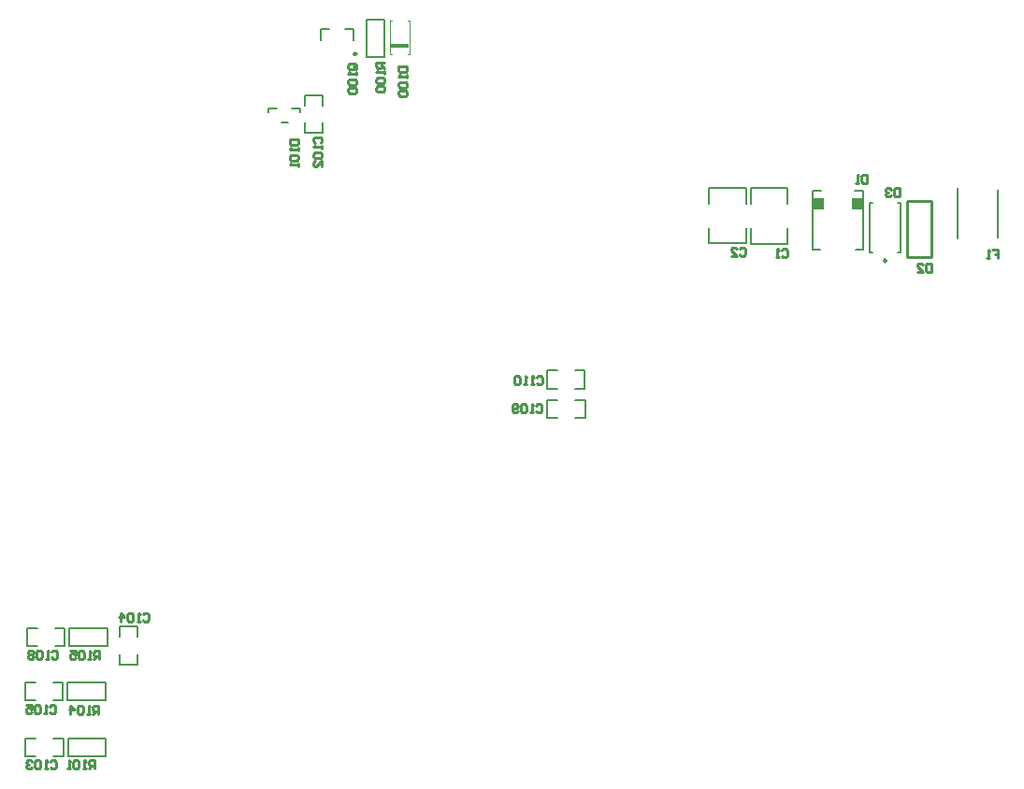
<source format=gbo>
G04*
G04 #@! TF.GenerationSoftware,Altium Limited,Altium Designer,20.2.6 (244)*
G04*
G04 Layer_Color=32896*
%FSLAX24Y24*%
%MOIN*%
G70*
G04*
G04 #@! TF.SameCoordinates,6B0B31F8-34BC-4807-AF79-D9433D138100*
G04*
G04*
G04 #@! TF.FilePolarity,Positive*
G04*
G01*
G75*
%ADD11C,0.0079*%
%ADD12C,0.0098*%
%ADD13C,0.0059*%
%ADD15C,0.0100*%
%ADD20C,0.0039*%
%ADD21C,0.0050*%
%ADD23R,0.0690X0.0180*%
%ADD153R,0.0398X0.0394*%
D11*
X12131Y31652D02*
Y32046D01*
X11816D02*
X12131D01*
X10949Y31652D02*
Y32046D01*
X11264D01*
X28500Y24195D02*
Y26295D01*
X30010D02*
X30310D01*
X28500D02*
X28790D01*
X28500Y24195D02*
X28760D01*
X30310Y24205D02*
Y26295D01*
X30040Y24205D02*
X30310D01*
X9103Y29234D02*
X9405D01*
X9103Y29107D02*
Y29234D01*
X10245Y29107D02*
Y29234D01*
X9943D02*
X10245D01*
X9569Y28722D02*
X9779D01*
X31621Y24095D02*
Y25867D01*
X30519Y24095D02*
Y25867D01*
X31513Y24095D02*
X31621D01*
X31513Y25867D02*
X31621D01*
X30519Y24095D02*
X30627D01*
X30519Y25867D02*
X30627D01*
X26114Y25842D02*
Y26397D01*
X24806Y25842D02*
Y26397D01*
X26114D01*
X24806Y24421D02*
X26114D01*
X24806D02*
Y24976D01*
X26114Y24421D02*
Y24976D01*
X27594Y25822D02*
Y26377D01*
X26286Y25822D02*
Y26377D01*
X27594D01*
X26286Y24401D02*
X27594D01*
X26286D02*
Y24956D01*
X27594Y24401D02*
Y24956D01*
D12*
X12239Y31170D02*
G03*
X12239Y31170I-49J0D01*
G01*
X31119Y23800D02*
G03*
X31119Y23800I-49J0D01*
G01*
D13*
X3791Y10753D02*
X4429D01*
X3791Y9407D02*
X4429D01*
X3791D02*
Y9765D01*
X4429Y9407D02*
Y9765D01*
Y10395D02*
Y10753D01*
X3791Y10395D02*
Y10753D01*
X3293Y6121D02*
Y6759D01*
X1947Y6121D02*
Y6759D01*
X3293D01*
X1947Y6121D02*
X3293D01*
X1783D02*
Y6759D01*
X437Y6121D02*
Y6759D01*
X795D01*
X437Y6121D02*
X795D01*
X1425D02*
X1783D01*
X1425Y6759D02*
X1783D01*
X2001Y10061D02*
X3348D01*
X2001Y10699D02*
X3348D01*
X2001Y10061D02*
Y10699D01*
X3348Y10061D02*
Y10699D01*
X1932Y8111D02*
X3279D01*
X1932Y8749D02*
X3279D01*
X1932Y8111D02*
Y8749D01*
X3279Y8111D02*
Y8749D01*
X20015Y19879D02*
X20373D01*
X20015Y19241D02*
X20373D01*
X19027D02*
X19385D01*
X19027Y19879D02*
X19385D01*
X19027Y19241D02*
Y19879D01*
X20373Y19241D02*
Y19879D01*
X20025Y18829D02*
X20383D01*
X20025Y18191D02*
X20383D01*
X19037D02*
X19395D01*
X19037Y18829D02*
X19395D01*
X19037Y18191D02*
Y18829D01*
X20383Y18191D02*
Y18829D01*
X12591Y31047D02*
X13229D01*
X12591Y32393D02*
X13229D01*
Y31047D02*
Y32393D01*
X12591Y31047D02*
Y32393D01*
X1480Y10699D02*
X1839D01*
X1480Y10061D02*
X1839D01*
X492D02*
X850D01*
X492Y10699D02*
X850D01*
X492Y10061D02*
Y10699D01*
X1839Y10061D02*
Y10699D01*
X1415Y8749D02*
X1773D01*
X1415Y8111D02*
X1773D01*
X427D02*
X785D01*
X427Y8749D02*
X785D01*
X427Y8111D02*
Y8749D01*
X1773Y8111D02*
Y8749D01*
X10391Y29340D02*
Y29698D01*
X11029Y29340D02*
Y29698D01*
Y28351D02*
Y28710D01*
X10391Y28351D02*
Y28710D01*
Y28351D02*
X11029D01*
X10391Y29698D02*
X11029D01*
D15*
X31860Y23919D02*
X32710D01*
X31860Y25269D02*
Y25939D01*
X32730Y23919D02*
Y25939D01*
X31860D02*
X32730D01*
X31860Y23919D02*
Y25269D01*
X3075Y9590D02*
Y9890D01*
X2925D01*
X2875Y9840D01*
Y9740D01*
X2925Y9690D01*
X3075D01*
X2975D02*
X2875Y9590D01*
X2775D02*
X2675D01*
X2725D01*
Y9890D01*
X2775Y9840D01*
X2525D02*
X2475Y9890D01*
X2375D01*
X2325Y9840D01*
Y9640D01*
X2375Y9590D01*
X2475D01*
X2525Y9640D01*
Y9840D01*
X2025Y9890D02*
X2225D01*
Y9740D01*
X2125Y9790D01*
X2075D01*
X2025Y9740D01*
Y9640D01*
X2075Y9590D01*
X2175D01*
X2225Y9640D01*
X3035Y7630D02*
Y7930D01*
X2885D01*
X2835Y7880D01*
Y7780D01*
X2885Y7730D01*
X3035D01*
X2935D02*
X2835Y7630D01*
X2735D02*
X2635D01*
X2685D01*
Y7930D01*
X2735Y7880D01*
X2485D02*
X2435Y7930D01*
X2335D01*
X2285Y7880D01*
Y7680D01*
X2335Y7630D01*
X2435D01*
X2485Y7680D01*
Y7880D01*
X2035Y7630D02*
Y7930D01*
X2185Y7780D01*
X1985D01*
X2885Y5690D02*
Y5990D01*
X2735D01*
X2685Y5940D01*
Y5840D01*
X2735Y5790D01*
X2885D01*
X2785D02*
X2685Y5690D01*
X2585D02*
X2485D01*
X2535D01*
Y5990D01*
X2585Y5940D01*
X2335D02*
X2285Y5990D01*
X2185D01*
X2135Y5940D01*
Y5740D01*
X2185Y5690D01*
X2285D01*
X2335Y5740D01*
Y5940D01*
X2035Y5690D02*
X1935D01*
X1985D01*
Y5990D01*
X2035Y5940D01*
X13230Y30865D02*
X12930D01*
Y30715D01*
X12980Y30665D01*
X13080D01*
X13130Y30715D01*
Y30865D01*
Y30765D02*
X13230Y30665D01*
Y30565D02*
Y30465D01*
Y30515D01*
X12930D01*
X12980Y30565D01*
Y30315D02*
X12930Y30265D01*
Y30165D01*
X12980Y30115D01*
X13180D01*
X13230Y30165D01*
Y30265D01*
X13180Y30315D01*
X12980D01*
Y30015D02*
X12930Y29965D01*
Y29865D01*
X12980Y29815D01*
X13180D01*
X13230Y29865D01*
Y29965D01*
X13180Y30015D01*
X12980D01*
X12180Y30625D02*
X11980D01*
X11930Y30675D01*
Y30775D01*
X11980Y30825D01*
X12180D01*
X12230Y30775D01*
Y30675D01*
X12130Y30725D02*
X12230Y30625D01*
Y30675D02*
X12180Y30625D01*
X12230Y30525D02*
Y30425D01*
Y30475D01*
X11930D01*
X11980Y30525D01*
Y30275D02*
X11930Y30225D01*
Y30125D01*
X11980Y30075D01*
X12180D01*
X12230Y30125D01*
Y30225D01*
X12180Y30275D01*
X11980D01*
Y29975D02*
X11930Y29925D01*
Y29825D01*
X11980Y29775D01*
X12180D01*
X12230Y29825D01*
Y29925D01*
X12180Y29975D01*
X11980D01*
X34900Y24190D02*
X35100D01*
Y24040D01*
X35000D01*
X35100D01*
Y23890D01*
X34800D02*
X34700D01*
X34750D01*
Y24190D01*
X34800Y24140D01*
X9860Y28115D02*
X10160D01*
Y27965D01*
X10110Y27915D01*
X9910D01*
X9860Y27965D01*
Y28115D01*
X10160Y27815D02*
Y27715D01*
Y27765D01*
X9860D01*
X9910Y27815D01*
Y27565D02*
X9860Y27515D01*
Y27415D01*
X9910Y27365D01*
X10110D01*
X10160Y27415D01*
Y27515D01*
X10110Y27565D01*
X9910D01*
X10160Y27265D02*
Y27165D01*
Y27215D01*
X9860D01*
X9910Y27265D01*
X13740Y30725D02*
X14040D01*
Y30575D01*
X13990Y30525D01*
X13790D01*
X13740Y30575D01*
Y30725D01*
X14040Y30425D02*
Y30325D01*
Y30375D01*
X13740D01*
X13790Y30425D01*
Y30175D02*
X13740Y30125D01*
Y30025D01*
X13790Y29975D01*
X13990D01*
X14040Y30025D01*
Y30125D01*
X13990Y30175D01*
X13790D01*
Y29875D02*
X13740Y29825D01*
Y29725D01*
X13790Y29675D01*
X13990D01*
X14040Y29725D01*
Y29825D01*
X13990Y29875D01*
X13790D01*
X31580Y26390D02*
Y26090D01*
X31430D01*
X31380Y26140D01*
Y26340D01*
X31430Y26390D01*
X31580D01*
X31280Y26340D02*
X31230Y26390D01*
X31130D01*
X31080Y26340D01*
Y26290D01*
X31130Y26240D01*
X31180D01*
X31130D01*
X31080Y26190D01*
Y26140D01*
X31130Y26090D01*
X31230D01*
X31280Y26140D01*
X32720Y23700D02*
Y23400D01*
X32570D01*
X32520Y23450D01*
Y23650D01*
X32570Y23700D01*
X32720D01*
X32220Y23400D02*
X32420D01*
X32220Y23600D01*
Y23650D01*
X32270Y23700D01*
X32370D01*
X32420Y23650D01*
X30430Y26860D02*
Y26560D01*
X30280D01*
X30230Y26610D01*
Y26810D01*
X30280Y26860D01*
X30430D01*
X30130Y26560D02*
X30030D01*
X30080D01*
Y26860D01*
X30130Y26810D01*
X18660Y19640D02*
X18710Y19690D01*
X18810D01*
X18860Y19640D01*
Y19440D01*
X18810Y19390D01*
X18710D01*
X18660Y19440D01*
X18560Y19390D02*
X18460D01*
X18510D01*
Y19690D01*
X18560Y19640D01*
X18310Y19390D02*
X18210D01*
X18260D01*
Y19690D01*
X18310Y19640D01*
X18060D02*
X18010Y19690D01*
X17910D01*
X17860Y19640D01*
Y19440D01*
X17910Y19390D01*
X18010D01*
X18060Y19440D01*
Y19640D01*
X18635Y18640D02*
X18685Y18690D01*
X18785D01*
X18835Y18640D01*
Y18440D01*
X18785Y18390D01*
X18685D01*
X18635Y18440D01*
X18535Y18390D02*
X18435D01*
X18485D01*
Y18690D01*
X18535Y18640D01*
X18285D02*
X18235Y18690D01*
X18135D01*
X18085Y18640D01*
Y18440D01*
X18135Y18390D01*
X18235D01*
X18285Y18440D01*
Y18640D01*
X17985Y18440D02*
X17935Y18390D01*
X17835D01*
X17785Y18440D01*
Y18640D01*
X17835Y18690D01*
X17935D01*
X17985Y18640D01*
Y18590D01*
X17935Y18540D01*
X17785D01*
X1375Y9850D02*
X1425Y9900D01*
X1525D01*
X1575Y9850D01*
Y9650D01*
X1525Y9600D01*
X1425D01*
X1375Y9650D01*
X1275Y9600D02*
X1175D01*
X1225D01*
Y9900D01*
X1275Y9850D01*
X1025D02*
X975Y9900D01*
X875D01*
X825Y9850D01*
Y9650D01*
X875Y9600D01*
X975D01*
X1025Y9650D01*
Y9850D01*
X725D02*
X675Y9900D01*
X575D01*
X525Y9850D01*
Y9800D01*
X575Y9750D01*
X525Y9700D01*
Y9650D01*
X575Y9600D01*
X675D01*
X725Y9650D01*
Y9700D01*
X675Y9750D01*
X725Y9800D01*
Y9850D01*
X675Y9750D02*
X575D01*
X1305Y7900D02*
X1355Y7950D01*
X1455D01*
X1505Y7900D01*
Y7700D01*
X1455Y7650D01*
X1355D01*
X1305Y7700D01*
X1205Y7650D02*
X1105D01*
X1155D01*
Y7950D01*
X1205Y7900D01*
X955D02*
X905Y7950D01*
X805D01*
X755Y7900D01*
Y7700D01*
X805Y7650D01*
X905D01*
X955Y7700D01*
Y7900D01*
X455Y7950D02*
X655D01*
Y7800D01*
X555Y7850D01*
X505D01*
X455Y7800D01*
Y7700D01*
X505Y7650D01*
X605D01*
X655Y7700D01*
X4615Y11190D02*
X4665Y11240D01*
X4765D01*
X4815Y11190D01*
Y10990D01*
X4765Y10940D01*
X4665D01*
X4615Y10990D01*
X4515Y10940D02*
X4415D01*
X4465D01*
Y11240D01*
X4515Y11190D01*
X4265D02*
X4215Y11240D01*
X4115D01*
X4065Y11190D01*
Y10990D01*
X4115Y10940D01*
X4215D01*
X4265Y10990D01*
Y11190D01*
X3815Y10940D02*
Y11240D01*
X3965Y11090D01*
X3765D01*
X1315Y5930D02*
X1365Y5980D01*
X1465D01*
X1515Y5930D01*
Y5730D01*
X1465Y5680D01*
X1365D01*
X1315Y5730D01*
X1215Y5680D02*
X1115D01*
X1165D01*
Y5980D01*
X1215Y5930D01*
X965D02*
X915Y5980D01*
X815D01*
X765Y5930D01*
Y5730D01*
X815Y5680D01*
X915D01*
X965Y5730D01*
Y5930D01*
X665D02*
X615Y5980D01*
X515D01*
X465Y5930D01*
Y5880D01*
X515Y5830D01*
X565D01*
X515D01*
X465Y5780D01*
Y5730D01*
X515Y5680D01*
X615D01*
X665Y5730D01*
X10760Y27995D02*
X10710Y28045D01*
Y28145D01*
X10760Y28195D01*
X10960D01*
X11010Y28145D01*
Y28045D01*
X10960Y27995D01*
X11010Y27895D02*
Y27795D01*
Y27845D01*
X10710D01*
X10760Y27895D01*
Y27645D02*
X10710Y27595D01*
Y27495D01*
X10760Y27445D01*
X10960D01*
X11010Y27495D01*
Y27595D01*
X10960Y27645D01*
X10760D01*
X11010Y27145D02*
Y27345D01*
X10810Y27145D01*
X10760D01*
X10710Y27195D01*
Y27295D01*
X10760Y27345D01*
X25890Y24220D02*
X25940Y24270D01*
X26040D01*
X26090Y24220D01*
Y24020D01*
X26040Y23970D01*
X25940D01*
X25890Y24020D01*
X25590Y23970D02*
X25790D01*
X25590Y24170D01*
Y24220D01*
X25640Y24270D01*
X25740D01*
X25790Y24220D01*
X27390Y24170D02*
X27440Y24220D01*
X27540D01*
X27590Y24170D01*
Y23970D01*
X27540Y23920D01*
X27440D01*
X27390Y23970D01*
X27290Y23920D02*
X27190D01*
X27240D01*
Y24220D01*
X27290Y24170D01*
D20*
X14134Y31169D02*
Y32351D01*
X13426Y31169D02*
Y32351D01*
Y31169D02*
X13509D01*
X14051D02*
X14134D01*
X14051Y32351D02*
X14134D01*
X13426D02*
X13509D01*
D21*
X33651Y24589D02*
Y26384D01*
X35089Y24640D02*
Y26333D01*
D23*
X13775Y31470D02*
D03*
D153*
X30111Y25836D02*
D03*
X28689D02*
D03*
M02*

</source>
